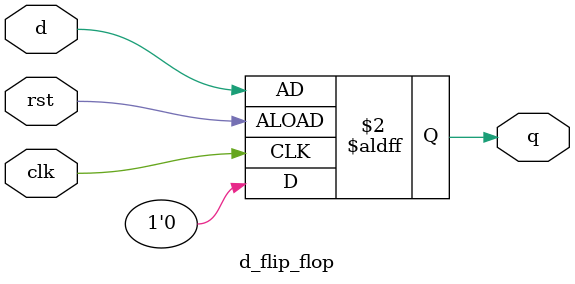
<source format=sv>
module d_flip_flop (input d,input clk,input rst, output reg q);
  always @(posedge clk or negedge rst) begin
    if (rst)
      q <= 0; 
    else
      q <= d; 
  end
endmodule

</source>
